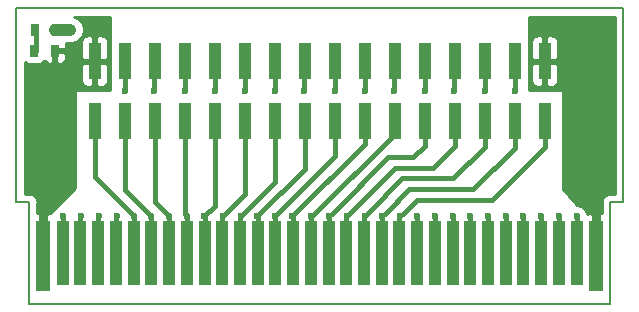
<source format=gbr>
G04 #@! TF.GenerationSoftware,KiCad,Pcbnew,5.1.6-c6e7f7d~86~ubuntu20.04.1*
G04 #@! TF.CreationDate,2020-05-17T16:02:51+03:00*
G04 #@! TF.ProjectId,GB-BRK-M-XS,47422d42-524b-42d4-9d2d-58532e6b6963,v1.0*
G04 #@! TF.SameCoordinates,Original*
G04 #@! TF.FileFunction,Copper,L1,Top*
G04 #@! TF.FilePolarity,Positive*
%FSLAX46Y46*%
G04 Gerber Fmt 4.6, Leading zero omitted, Abs format (unit mm)*
G04 Created by KiCad (PCBNEW 5.1.6-c6e7f7d~86~ubuntu20.04.1) date 2020-05-17 16:02:51*
%MOMM*%
%LPD*%
G01*
G04 APERTURE LIST*
G04 #@! TA.AperFunction,Profile*
%ADD10C,0.150000*%
G04 #@! TD*
G04 #@! TA.AperFunction,ConnectorPad*
%ADD11R,1.300000X6.000000*%
G04 #@! TD*
G04 #@! TA.AperFunction,ConnectorPad*
%ADD12R,1.000000X5.500000*%
G04 #@! TD*
G04 #@! TA.AperFunction,SMDPad,CuDef*
%ADD13R,0.670000X1.000000*%
G04 #@! TD*
G04 #@! TA.AperFunction,SMDPad,CuDef*
%ADD14R,1.000000X3.150000*%
G04 #@! TD*
G04 #@! TA.AperFunction,ViaPad*
%ADD15C,0.600000*%
G04 #@! TD*
G04 #@! TA.AperFunction,ViaPad*
%ADD16C,1.000000*%
G04 #@! TD*
G04 #@! TA.AperFunction,Conductor*
%ADD17C,0.800000*%
G04 #@! TD*
G04 #@! TA.AperFunction,Conductor*
%ADD18C,1.000000*%
G04 #@! TD*
G04 #@! TA.AperFunction,Conductor*
%ADD19C,0.400000*%
G04 #@! TD*
G04 #@! TA.AperFunction,Conductor*
%ADD20C,0.254000*%
G04 #@! TD*
G04 APERTURE END LIST*
D10*
X74300000Y-75000000D02*
X125700000Y-75000000D01*
X74300000Y-91400000D02*
X74300000Y-75000000D01*
X75400000Y-91400000D02*
X74300000Y-91400000D01*
X75400000Y-100000000D02*
X75400000Y-91400000D01*
X125700000Y-91400000D02*
X125700000Y-75000000D01*
X124600000Y-91400000D02*
X125700000Y-91400000D01*
X124600000Y-100000000D02*
X124600000Y-91400000D01*
X75400000Y-100000000D02*
X124600000Y-100000000D01*
D11*
X123400000Y-96000000D03*
D12*
X121750000Y-95750000D03*
X120250000Y-95750000D03*
X118750000Y-95750000D03*
X117250000Y-95750000D03*
X115750000Y-95750000D03*
X114250000Y-95750000D03*
X112750000Y-95750000D03*
X111250000Y-95750000D03*
X109750000Y-95750000D03*
X108250000Y-95750000D03*
X106750000Y-95750000D03*
X105250000Y-95750000D03*
X103750000Y-95750000D03*
X102250000Y-95750000D03*
X100750000Y-95750000D03*
X99250000Y-95750000D03*
X97750000Y-95750000D03*
X96250000Y-95750000D03*
X94750000Y-95750000D03*
X93250000Y-95750000D03*
X91750000Y-95750000D03*
X90250000Y-95750000D03*
X88750000Y-95750000D03*
X87250000Y-95750000D03*
X85750000Y-95750000D03*
X84250000Y-95750000D03*
X82750000Y-95750000D03*
X81250000Y-95750000D03*
X79750000Y-95750000D03*
D11*
X76600000Y-96000000D03*
D12*
X78250000Y-95750000D03*
D13*
X77675000Y-76800000D03*
X75925000Y-76800000D03*
D14*
X80950000Y-84525000D03*
X80950000Y-79475000D03*
X83490000Y-84525000D03*
X83490000Y-79475000D03*
X86030000Y-84525000D03*
X86030000Y-79475000D03*
X88570000Y-84525000D03*
X88570000Y-79475000D03*
X91110000Y-84525000D03*
X91110000Y-79475000D03*
X93650000Y-84525000D03*
X93650000Y-79475000D03*
X96190000Y-84525000D03*
X96190000Y-79475000D03*
X98730000Y-84525000D03*
X98730000Y-79475000D03*
X101270000Y-84525000D03*
X101270000Y-79475000D03*
X103810000Y-84525000D03*
X103810000Y-79475000D03*
X106350000Y-84525000D03*
X106350000Y-79475000D03*
X108890000Y-84525000D03*
X108890000Y-79475000D03*
X111430000Y-84525000D03*
X111430000Y-79475000D03*
X113970000Y-84525000D03*
X113970000Y-79475000D03*
X116510000Y-84525000D03*
X116510000Y-79475000D03*
X119050000Y-84525000D03*
X119050000Y-79475000D03*
D13*
X77575000Y-78600000D03*
X75825000Y-78600000D03*
D15*
X76600000Y-92600000D03*
D16*
X78900000Y-76800000D03*
D15*
X123400000Y-92600000D03*
X86000000Y-82000000D03*
X79800000Y-92600000D03*
X88600000Y-82000000D03*
X81300000Y-92600000D03*
X91100000Y-82000000D03*
X82800000Y-92600000D03*
X114000000Y-82000000D03*
X120250000Y-92600000D03*
X84300000Y-92600000D03*
X83500000Y-82000000D03*
X78300000Y-92600000D03*
X85700000Y-92600000D03*
X87250000Y-92600000D03*
X88800000Y-92600000D03*
X90200000Y-92600000D03*
X93700000Y-82000000D03*
X108250000Y-92600000D03*
X91800000Y-92600000D03*
X96200000Y-82000000D03*
X109750000Y-92600000D03*
X93300000Y-92600000D03*
X98700000Y-82000000D03*
X111250000Y-92600000D03*
X94700000Y-92600000D03*
X101300000Y-82000000D03*
X112750000Y-92600000D03*
X96200000Y-92600000D03*
X103800000Y-82000000D03*
X114250000Y-92600000D03*
X97700000Y-92600000D03*
X106300000Y-82000000D03*
X115750000Y-92600000D03*
X99300000Y-92600000D03*
X108900000Y-82000000D03*
X117250000Y-92600000D03*
X100800000Y-92600000D03*
X111400000Y-82000000D03*
X118750000Y-92600000D03*
X102300000Y-92600000D03*
X103800000Y-92600000D03*
X116500000Y-82000000D03*
X121750000Y-92600000D03*
X105300000Y-92600000D03*
X106800000Y-92600000D03*
D17*
X76600000Y-92600000D02*
X76600000Y-91500000D01*
X76600000Y-95750000D02*
X76600000Y-92600000D01*
D18*
X77600000Y-76800000D02*
X78900000Y-76800000D01*
D17*
X123400000Y-96000000D02*
X123400000Y-92600000D01*
D19*
X75950000Y-78600000D02*
X75950000Y-76850000D01*
X75950000Y-76850000D02*
X76000000Y-76800000D01*
X86000000Y-82000000D02*
X86000000Y-79505000D01*
X86000000Y-79505000D02*
X86030000Y-79475000D01*
X79750000Y-95750000D02*
X79750000Y-92650000D01*
X79750000Y-92650000D02*
X79800000Y-92600000D01*
X88600000Y-82000000D02*
X88600000Y-79505000D01*
X88600000Y-79505000D02*
X88570000Y-79475000D01*
X81250000Y-95750000D02*
X81250000Y-92650000D01*
X81250000Y-92650000D02*
X81300000Y-92600000D01*
X91100000Y-82000000D02*
X91100000Y-79485000D01*
X91100000Y-79485000D02*
X91110000Y-79475000D01*
X82750000Y-95750000D02*
X82750000Y-92650000D01*
X82750000Y-92650000D02*
X82800000Y-92600000D01*
X114000000Y-82000000D02*
X114000000Y-79505000D01*
X114000000Y-79505000D02*
X113970000Y-79475000D01*
X120250000Y-92600000D02*
X120250000Y-95750000D01*
X80950000Y-84525000D02*
X80950000Y-89250000D01*
X80950000Y-89250000D02*
X84300000Y-92600000D01*
X84250000Y-95750000D02*
X84250000Y-92650000D01*
X84250000Y-92650000D02*
X84300000Y-92600000D01*
X83490000Y-81990000D02*
X83500000Y-82000000D01*
X83490000Y-79475000D02*
X83490000Y-81990000D01*
X83500000Y-79485000D02*
X83500000Y-82000000D01*
X78250000Y-95750000D02*
X78250000Y-92650000D01*
X78250000Y-92650000D02*
X78300000Y-92600000D01*
X83490000Y-84525000D02*
X83490000Y-90390000D01*
X83490000Y-90390000D02*
X85700000Y-92600000D01*
X85750000Y-95750000D02*
X85750000Y-92650000D01*
X85750000Y-92650000D02*
X85700000Y-92600000D01*
X86030000Y-84525000D02*
X86030000Y-91380000D01*
X86030000Y-91380000D02*
X87250000Y-92600000D01*
X87250000Y-95750000D02*
X87250000Y-92600000D01*
X88570000Y-84525000D02*
X88570000Y-92370000D01*
X88570000Y-92370000D02*
X88800000Y-92600000D01*
X88750000Y-95750000D02*
X88750000Y-92650000D01*
X88750000Y-92650000D02*
X88800000Y-92600000D01*
X91110000Y-84525000D02*
X91110000Y-91690000D01*
X91110000Y-91690000D02*
X90200000Y-92600000D01*
X90250000Y-95750000D02*
X90250000Y-92650000D01*
X90250000Y-92650000D02*
X90200000Y-92600000D01*
X93700000Y-82000000D02*
X93700000Y-79525000D01*
X93700000Y-79525000D02*
X93650000Y-79475000D01*
X108250000Y-92600000D02*
X108250000Y-95750000D01*
X93650000Y-84525000D02*
X93650000Y-90750000D01*
X93650000Y-90750000D02*
X91800000Y-92600000D01*
X91750000Y-95750000D02*
X91750000Y-92650000D01*
X91750000Y-92650000D02*
X91800000Y-92600000D01*
X96200000Y-82000000D02*
X96200000Y-79485000D01*
X96200000Y-79485000D02*
X96190000Y-79475000D01*
X109750000Y-92600000D02*
X109750000Y-95750000D01*
X96190000Y-84525000D02*
X96190000Y-89710000D01*
X96190000Y-89710000D02*
X93300000Y-92600000D01*
X93250000Y-95750000D02*
X93250000Y-92650000D01*
X93250000Y-92650000D02*
X93300000Y-92600000D01*
X98700000Y-82000000D02*
X98700000Y-79505000D01*
X98700000Y-79505000D02*
X98730000Y-79475000D01*
X111250000Y-92600000D02*
X111250000Y-95750000D01*
X98730000Y-84525000D02*
X98730000Y-88570000D01*
X98730000Y-88570000D02*
X94700000Y-92600000D01*
X94750000Y-95750000D02*
X94750000Y-92650000D01*
X94750000Y-92650000D02*
X94700000Y-92600000D01*
X101300000Y-82000000D02*
X101300000Y-79505000D01*
X101300000Y-79505000D02*
X101270000Y-79475000D01*
X112750000Y-92600000D02*
X112750000Y-95750000D01*
X101270000Y-84525000D02*
X101270000Y-87530000D01*
X101270000Y-87530000D02*
X96200000Y-92600000D01*
X96250000Y-95750000D02*
X96250000Y-92650000D01*
X96250000Y-92650000D02*
X96200000Y-92600000D01*
X103800000Y-82000000D02*
X103800000Y-79485000D01*
X103800000Y-79485000D02*
X103810000Y-79475000D01*
X114250000Y-92600000D02*
X114250000Y-95750000D01*
X103810000Y-84525000D02*
X103810000Y-86490000D01*
X103810000Y-86490000D02*
X97700000Y-92600000D01*
X97750000Y-95750000D02*
X97750000Y-92650000D01*
X97750000Y-92650000D02*
X97700000Y-92600000D01*
X106300000Y-82000000D02*
X106300000Y-79525000D01*
X106300000Y-79525000D02*
X106350000Y-79475000D01*
X115750000Y-92600000D02*
X115750000Y-95750000D01*
X106350000Y-84525000D02*
X106350000Y-85600000D01*
X106350000Y-85600000D02*
X99350000Y-92600000D01*
X99350000Y-92600000D02*
X99300000Y-92600000D01*
X99250000Y-95750000D02*
X99250000Y-92650000D01*
X99250000Y-92650000D02*
X99300000Y-92600000D01*
X108900000Y-82000000D02*
X108900000Y-79485000D01*
X108900000Y-79485000D02*
X108890000Y-79475000D01*
X117250000Y-92600000D02*
X117250000Y-95750000D01*
X108890000Y-84525000D02*
X108890000Y-86610000D01*
X108890000Y-86610000D02*
X107900000Y-87600000D01*
X107900000Y-87600000D02*
X105800000Y-87600000D01*
X105800000Y-87600000D02*
X101099999Y-92300001D01*
X101099999Y-92300001D02*
X100800000Y-92600000D01*
X100750000Y-95750000D02*
X100750000Y-92650000D01*
X100750000Y-92650000D02*
X100800000Y-92600000D01*
X111400000Y-82000000D02*
X111400000Y-79505000D01*
X111400000Y-79505000D02*
X111430000Y-79475000D01*
X118750000Y-92600000D02*
X118750000Y-95750000D01*
X111430000Y-84525000D02*
X111430000Y-86670000D01*
X111430000Y-86670000D02*
X109600000Y-88500000D01*
X109600000Y-88500000D02*
X106400000Y-88500000D01*
X106400000Y-88500000D02*
X102599999Y-92300001D01*
X102599999Y-92300001D02*
X102300000Y-92600000D01*
X102250000Y-95750000D02*
X102250000Y-92650000D01*
X102250000Y-92650000D02*
X102300000Y-92600000D01*
X113970000Y-84525000D02*
X113970000Y-86730000D01*
X104099999Y-92300001D02*
X103800000Y-92600000D01*
X113970000Y-86730000D02*
X111300000Y-89400000D01*
X111300000Y-89400000D02*
X107000000Y-89400000D01*
X107000000Y-89400000D02*
X104099999Y-92300001D01*
X103750000Y-95750000D02*
X103750000Y-92650000D01*
X103750000Y-92650000D02*
X103800000Y-92600000D01*
X116500000Y-82000000D02*
X116500000Y-79485000D01*
X116500000Y-79485000D02*
X116510000Y-79475000D01*
X121750000Y-92600000D02*
X121750000Y-95750000D01*
X116510000Y-84525000D02*
X116510000Y-86790000D01*
X116510000Y-86790000D02*
X113000000Y-90300000D01*
X105599999Y-92300001D02*
X105300000Y-92600000D01*
X113000000Y-90300000D02*
X107600000Y-90300000D01*
X107600000Y-90300000D02*
X105599999Y-92300001D01*
X105250000Y-95750000D02*
X105250000Y-92650000D01*
X105250000Y-92650000D02*
X105300000Y-92600000D01*
X119050000Y-84525000D02*
X119050000Y-86750000D01*
X119050000Y-86750000D02*
X114600000Y-91200000D01*
X114600000Y-91200000D02*
X108200000Y-91200000D01*
X108200000Y-91200000D02*
X107099999Y-92300001D01*
X107099999Y-92300001D02*
X106800000Y-92600000D01*
X106750000Y-95750000D02*
X106750000Y-92650000D01*
X106750000Y-92650000D02*
X106800000Y-92600000D01*
D20*
G36*
X82273000Y-81873000D02*
G01*
X79400000Y-81873000D01*
X79375224Y-81875440D01*
X79351399Y-81882667D01*
X79329443Y-81894403D01*
X79310197Y-81910197D01*
X79294403Y-81929443D01*
X79282667Y-81951399D01*
X79275440Y-81975224D01*
X79273000Y-82000000D01*
X79273000Y-90247394D01*
X77210197Y-92310197D01*
X77194403Y-92329443D01*
X77182667Y-92351399D01*
X77179292Y-92362524D01*
X76885750Y-92365000D01*
X76727000Y-92523750D01*
X76727000Y-95873000D01*
X76747000Y-95873000D01*
X76747000Y-96127000D01*
X76727000Y-96127000D01*
X76727000Y-96147000D01*
X76473000Y-96147000D01*
X76473000Y-96127000D01*
X76453000Y-96127000D01*
X76453000Y-95873000D01*
X76473000Y-95873000D01*
X76473000Y-92523750D01*
X76314250Y-92365000D01*
X76110000Y-92363277D01*
X76110000Y-91434876D01*
X76113435Y-91400000D01*
X76099727Y-91260816D01*
X76059128Y-91126980D01*
X75993200Y-91003637D01*
X75904475Y-90895525D01*
X75796363Y-90806800D01*
X75673020Y-90740872D01*
X75539184Y-90700273D01*
X75434877Y-90690000D01*
X75400000Y-90686565D01*
X75365123Y-90690000D01*
X75010000Y-90690000D01*
X75010000Y-81050000D01*
X79811928Y-81050000D01*
X79824188Y-81174482D01*
X79860498Y-81294180D01*
X79919463Y-81404494D01*
X79998815Y-81501185D01*
X80095506Y-81580537D01*
X80205820Y-81639502D01*
X80325518Y-81675812D01*
X80450000Y-81688072D01*
X80664250Y-81685000D01*
X80823000Y-81526250D01*
X80823000Y-79602000D01*
X81077000Y-79602000D01*
X81077000Y-81526250D01*
X81235750Y-81685000D01*
X81450000Y-81688072D01*
X81574482Y-81675812D01*
X81694180Y-81639502D01*
X81804494Y-81580537D01*
X81901185Y-81501185D01*
X81980537Y-81404494D01*
X82039502Y-81294180D01*
X82075812Y-81174482D01*
X82088072Y-81050000D01*
X82085000Y-79760750D01*
X81926250Y-79602000D01*
X81077000Y-79602000D01*
X80823000Y-79602000D01*
X79973750Y-79602000D01*
X79815000Y-79760750D01*
X79811928Y-81050000D01*
X75010000Y-81050000D01*
X75010000Y-79516074D01*
X75038815Y-79551185D01*
X75135506Y-79630537D01*
X75245820Y-79689502D01*
X75365518Y-79725812D01*
X75490000Y-79738072D01*
X76160000Y-79738072D01*
X76284482Y-79725812D01*
X76404180Y-79689502D01*
X76514494Y-79630537D01*
X76611185Y-79551185D01*
X76690537Y-79454494D01*
X76700000Y-79436790D01*
X76709463Y-79454494D01*
X76788815Y-79551185D01*
X76885506Y-79630537D01*
X76995820Y-79689502D01*
X77115518Y-79725812D01*
X77240000Y-79738072D01*
X77289250Y-79735000D01*
X77448000Y-79576250D01*
X77448000Y-78727000D01*
X77702000Y-78727000D01*
X77702000Y-79576250D01*
X77860750Y-79735000D01*
X77910000Y-79738072D01*
X78034482Y-79725812D01*
X78154180Y-79689502D01*
X78264494Y-79630537D01*
X78361185Y-79551185D01*
X78440537Y-79454494D01*
X78499502Y-79344180D01*
X78535812Y-79224482D01*
X78548072Y-79100000D01*
X78545000Y-78885750D01*
X78386250Y-78727000D01*
X77702000Y-78727000D01*
X77448000Y-78727000D01*
X77428000Y-78727000D01*
X77428000Y-78473000D01*
X77448000Y-78473000D01*
X77448000Y-78453000D01*
X77702000Y-78453000D01*
X77702000Y-78473000D01*
X78386250Y-78473000D01*
X78545000Y-78314250D01*
X78548072Y-78100000D01*
X78535812Y-77975518D01*
X78523521Y-77935000D01*
X79011788Y-77935000D01*
X79066747Y-77924068D01*
X79122499Y-77918577D01*
X79176106Y-77902315D01*
X79187744Y-77900000D01*
X79811928Y-77900000D01*
X79815000Y-79189250D01*
X79973750Y-79348000D01*
X80823000Y-79348000D01*
X80823000Y-77423750D01*
X81077000Y-77423750D01*
X81077000Y-79348000D01*
X81926250Y-79348000D01*
X82085000Y-79189250D01*
X82088072Y-77900000D01*
X82075812Y-77775518D01*
X82039502Y-77655820D01*
X81980537Y-77545506D01*
X81901185Y-77448815D01*
X81804494Y-77369463D01*
X81694180Y-77310498D01*
X81574482Y-77274188D01*
X81450000Y-77261928D01*
X81235750Y-77265000D01*
X81077000Y-77423750D01*
X80823000Y-77423750D01*
X80664250Y-77265000D01*
X80450000Y-77261928D01*
X80325518Y-77274188D01*
X80205820Y-77310498D01*
X80095506Y-77369463D01*
X79998815Y-77448815D01*
X79919463Y-77545506D01*
X79860498Y-77655820D01*
X79824188Y-77775518D01*
X79811928Y-77900000D01*
X79187744Y-77900000D01*
X79231067Y-77891383D01*
X79282842Y-77869937D01*
X79336447Y-77853676D01*
X79385851Y-77827269D01*
X79437624Y-77805824D01*
X79484214Y-77774693D01*
X79533623Y-77748284D01*
X79576932Y-77712741D01*
X79623520Y-77681612D01*
X79663141Y-77641991D01*
X79706449Y-77606449D01*
X79741991Y-77563141D01*
X79781612Y-77523520D01*
X79812741Y-77476932D01*
X79848284Y-77433623D01*
X79874693Y-77384214D01*
X79905824Y-77337624D01*
X79927269Y-77285851D01*
X79953676Y-77236447D01*
X79969937Y-77182842D01*
X79991383Y-77131067D01*
X80002315Y-77076106D01*
X80018577Y-77022499D01*
X80024068Y-76966747D01*
X80035000Y-76911788D01*
X80035000Y-76855752D01*
X80040491Y-76800000D01*
X80035000Y-76744248D01*
X80035000Y-76688212D01*
X80024068Y-76633253D01*
X80018577Y-76577501D01*
X80002315Y-76523894D01*
X79991383Y-76468933D01*
X79969937Y-76417158D01*
X79953676Y-76363553D01*
X79927269Y-76314149D01*
X79905824Y-76262376D01*
X79874693Y-76215786D01*
X79848284Y-76166377D01*
X79812741Y-76123068D01*
X79781612Y-76076480D01*
X79741991Y-76036859D01*
X79706449Y-75993551D01*
X79663141Y-75958009D01*
X79623520Y-75918388D01*
X79576932Y-75887259D01*
X79533623Y-75851716D01*
X79484214Y-75825307D01*
X79437624Y-75794176D01*
X79385851Y-75772731D01*
X79336447Y-75746324D01*
X79282842Y-75730063D01*
X79234406Y-75710000D01*
X82273000Y-75710000D01*
X82273000Y-81873000D01*
G37*
X82273000Y-81873000D02*
X79400000Y-81873000D01*
X79375224Y-81875440D01*
X79351399Y-81882667D01*
X79329443Y-81894403D01*
X79310197Y-81910197D01*
X79294403Y-81929443D01*
X79282667Y-81951399D01*
X79275440Y-81975224D01*
X79273000Y-82000000D01*
X79273000Y-90247394D01*
X77210197Y-92310197D01*
X77194403Y-92329443D01*
X77182667Y-92351399D01*
X77179292Y-92362524D01*
X76885750Y-92365000D01*
X76727000Y-92523750D01*
X76727000Y-95873000D01*
X76747000Y-95873000D01*
X76747000Y-96127000D01*
X76727000Y-96127000D01*
X76727000Y-96147000D01*
X76473000Y-96147000D01*
X76473000Y-96127000D01*
X76453000Y-96127000D01*
X76453000Y-95873000D01*
X76473000Y-95873000D01*
X76473000Y-92523750D01*
X76314250Y-92365000D01*
X76110000Y-92363277D01*
X76110000Y-91434876D01*
X76113435Y-91400000D01*
X76099727Y-91260816D01*
X76059128Y-91126980D01*
X75993200Y-91003637D01*
X75904475Y-90895525D01*
X75796363Y-90806800D01*
X75673020Y-90740872D01*
X75539184Y-90700273D01*
X75434877Y-90690000D01*
X75400000Y-90686565D01*
X75365123Y-90690000D01*
X75010000Y-90690000D01*
X75010000Y-81050000D01*
X79811928Y-81050000D01*
X79824188Y-81174482D01*
X79860498Y-81294180D01*
X79919463Y-81404494D01*
X79998815Y-81501185D01*
X80095506Y-81580537D01*
X80205820Y-81639502D01*
X80325518Y-81675812D01*
X80450000Y-81688072D01*
X80664250Y-81685000D01*
X80823000Y-81526250D01*
X80823000Y-79602000D01*
X81077000Y-79602000D01*
X81077000Y-81526250D01*
X81235750Y-81685000D01*
X81450000Y-81688072D01*
X81574482Y-81675812D01*
X81694180Y-81639502D01*
X81804494Y-81580537D01*
X81901185Y-81501185D01*
X81980537Y-81404494D01*
X82039502Y-81294180D01*
X82075812Y-81174482D01*
X82088072Y-81050000D01*
X82085000Y-79760750D01*
X81926250Y-79602000D01*
X81077000Y-79602000D01*
X80823000Y-79602000D01*
X79973750Y-79602000D01*
X79815000Y-79760750D01*
X79811928Y-81050000D01*
X75010000Y-81050000D01*
X75010000Y-79516074D01*
X75038815Y-79551185D01*
X75135506Y-79630537D01*
X75245820Y-79689502D01*
X75365518Y-79725812D01*
X75490000Y-79738072D01*
X76160000Y-79738072D01*
X76284482Y-79725812D01*
X76404180Y-79689502D01*
X76514494Y-79630537D01*
X76611185Y-79551185D01*
X76690537Y-79454494D01*
X76700000Y-79436790D01*
X76709463Y-79454494D01*
X76788815Y-79551185D01*
X76885506Y-79630537D01*
X76995820Y-79689502D01*
X77115518Y-79725812D01*
X77240000Y-79738072D01*
X77289250Y-79735000D01*
X77448000Y-79576250D01*
X77448000Y-78727000D01*
X77702000Y-78727000D01*
X77702000Y-79576250D01*
X77860750Y-79735000D01*
X77910000Y-79738072D01*
X78034482Y-79725812D01*
X78154180Y-79689502D01*
X78264494Y-79630537D01*
X78361185Y-79551185D01*
X78440537Y-79454494D01*
X78499502Y-79344180D01*
X78535812Y-79224482D01*
X78548072Y-79100000D01*
X78545000Y-78885750D01*
X78386250Y-78727000D01*
X77702000Y-78727000D01*
X77448000Y-78727000D01*
X77428000Y-78727000D01*
X77428000Y-78473000D01*
X77448000Y-78473000D01*
X77448000Y-78453000D01*
X77702000Y-78453000D01*
X77702000Y-78473000D01*
X78386250Y-78473000D01*
X78545000Y-78314250D01*
X78548072Y-78100000D01*
X78535812Y-77975518D01*
X78523521Y-77935000D01*
X79011788Y-77935000D01*
X79066747Y-77924068D01*
X79122499Y-77918577D01*
X79176106Y-77902315D01*
X79187744Y-77900000D01*
X79811928Y-77900000D01*
X79815000Y-79189250D01*
X79973750Y-79348000D01*
X80823000Y-79348000D01*
X80823000Y-77423750D01*
X81077000Y-77423750D01*
X81077000Y-79348000D01*
X81926250Y-79348000D01*
X82085000Y-79189250D01*
X82088072Y-77900000D01*
X82075812Y-77775518D01*
X82039502Y-77655820D01*
X81980537Y-77545506D01*
X81901185Y-77448815D01*
X81804494Y-77369463D01*
X81694180Y-77310498D01*
X81574482Y-77274188D01*
X81450000Y-77261928D01*
X81235750Y-77265000D01*
X81077000Y-77423750D01*
X80823000Y-77423750D01*
X80664250Y-77265000D01*
X80450000Y-77261928D01*
X80325518Y-77274188D01*
X80205820Y-77310498D01*
X80095506Y-77369463D01*
X79998815Y-77448815D01*
X79919463Y-77545506D01*
X79860498Y-77655820D01*
X79824188Y-77775518D01*
X79811928Y-77900000D01*
X79187744Y-77900000D01*
X79231067Y-77891383D01*
X79282842Y-77869937D01*
X79336447Y-77853676D01*
X79385851Y-77827269D01*
X79437624Y-77805824D01*
X79484214Y-77774693D01*
X79533623Y-77748284D01*
X79576932Y-77712741D01*
X79623520Y-77681612D01*
X79663141Y-77641991D01*
X79706449Y-77606449D01*
X79741991Y-77563141D01*
X79781612Y-77523520D01*
X79812741Y-77476932D01*
X79848284Y-77433623D01*
X79874693Y-77384214D01*
X79905824Y-77337624D01*
X79927269Y-77285851D01*
X79953676Y-77236447D01*
X79969937Y-77182842D01*
X79991383Y-77131067D01*
X80002315Y-77076106D01*
X80018577Y-77022499D01*
X80024068Y-76966747D01*
X80035000Y-76911788D01*
X80035000Y-76855752D01*
X80040491Y-76800000D01*
X80035000Y-76744248D01*
X80035000Y-76688212D01*
X80024068Y-76633253D01*
X80018577Y-76577501D01*
X80002315Y-76523894D01*
X79991383Y-76468933D01*
X79969937Y-76417158D01*
X79953676Y-76363553D01*
X79927269Y-76314149D01*
X79905824Y-76262376D01*
X79874693Y-76215786D01*
X79848284Y-76166377D01*
X79812741Y-76123068D01*
X79781612Y-76076480D01*
X79741991Y-76036859D01*
X79706449Y-75993551D01*
X79663141Y-75958009D01*
X79623520Y-75918388D01*
X79576932Y-75887259D01*
X79533623Y-75851716D01*
X79484214Y-75825307D01*
X79437624Y-75794176D01*
X79385851Y-75772731D01*
X79336447Y-75746324D01*
X79282842Y-75730063D01*
X79234406Y-75710000D01*
X82273000Y-75710000D01*
X82273000Y-81873000D01*
G36*
X124990000Y-90690000D02*
G01*
X124634877Y-90690000D01*
X124600000Y-90686565D01*
X124565123Y-90690000D01*
X124460816Y-90700273D01*
X124326980Y-90740872D01*
X124203637Y-90806800D01*
X124095525Y-90895525D01*
X124006800Y-91003637D01*
X123940872Y-91126980D01*
X123900273Y-91260816D01*
X123886565Y-91400000D01*
X123890001Y-91434887D01*
X123890001Y-92363277D01*
X123685750Y-92365000D01*
X123527000Y-92523750D01*
X123527000Y-95873000D01*
X123547000Y-95873000D01*
X123547000Y-96127000D01*
X123527000Y-96127000D01*
X123527000Y-96147000D01*
X123273000Y-96147000D01*
X123273000Y-96127000D01*
X123253000Y-96127000D01*
X123253000Y-95873000D01*
X123273000Y-95873000D01*
X123273000Y-92523750D01*
X123114250Y-92365000D01*
X122750000Y-92361928D01*
X122657769Y-92371012D01*
X122649068Y-92327271D01*
X122578586Y-92157111D01*
X122476262Y-92003972D01*
X122346028Y-91873738D01*
X122192889Y-91771414D01*
X122022729Y-91700932D01*
X121842089Y-91665000D01*
X121765752Y-91665000D01*
X120627000Y-90255117D01*
X120627000Y-82000000D01*
X120624560Y-81975224D01*
X120617333Y-81951399D01*
X120605597Y-81929443D01*
X120589803Y-81910197D01*
X120570557Y-81894403D01*
X120548601Y-81882667D01*
X120524776Y-81875440D01*
X120500000Y-81873000D01*
X117727000Y-81873000D01*
X117727000Y-81050000D01*
X117911928Y-81050000D01*
X117924188Y-81174482D01*
X117960498Y-81294180D01*
X118019463Y-81404494D01*
X118098815Y-81501185D01*
X118195506Y-81580537D01*
X118305820Y-81639502D01*
X118425518Y-81675812D01*
X118550000Y-81688072D01*
X118764250Y-81685000D01*
X118923000Y-81526250D01*
X118923000Y-79602000D01*
X119177000Y-79602000D01*
X119177000Y-81526250D01*
X119335750Y-81685000D01*
X119550000Y-81688072D01*
X119674482Y-81675812D01*
X119794180Y-81639502D01*
X119904494Y-81580537D01*
X120001185Y-81501185D01*
X120080537Y-81404494D01*
X120139502Y-81294180D01*
X120175812Y-81174482D01*
X120188072Y-81050000D01*
X120185000Y-79760750D01*
X120026250Y-79602000D01*
X119177000Y-79602000D01*
X118923000Y-79602000D01*
X118073750Y-79602000D01*
X117915000Y-79760750D01*
X117911928Y-81050000D01*
X117727000Y-81050000D01*
X117727000Y-77900000D01*
X117911928Y-77900000D01*
X117915000Y-79189250D01*
X118073750Y-79348000D01*
X118923000Y-79348000D01*
X118923000Y-77423750D01*
X119177000Y-77423750D01*
X119177000Y-79348000D01*
X120026250Y-79348000D01*
X120185000Y-79189250D01*
X120188072Y-77900000D01*
X120175812Y-77775518D01*
X120139502Y-77655820D01*
X120080537Y-77545506D01*
X120001185Y-77448815D01*
X119904494Y-77369463D01*
X119794180Y-77310498D01*
X119674482Y-77274188D01*
X119550000Y-77261928D01*
X119335750Y-77265000D01*
X119177000Y-77423750D01*
X118923000Y-77423750D01*
X118764250Y-77265000D01*
X118550000Y-77261928D01*
X118425518Y-77274188D01*
X118305820Y-77310498D01*
X118195506Y-77369463D01*
X118098815Y-77448815D01*
X118019463Y-77545506D01*
X117960498Y-77655820D01*
X117924188Y-77775518D01*
X117911928Y-77900000D01*
X117727000Y-77900000D01*
X117727000Y-75710000D01*
X124990001Y-75710000D01*
X124990000Y-90690000D01*
G37*
X124990000Y-90690000D02*
X124634877Y-90690000D01*
X124600000Y-90686565D01*
X124565123Y-90690000D01*
X124460816Y-90700273D01*
X124326980Y-90740872D01*
X124203637Y-90806800D01*
X124095525Y-90895525D01*
X124006800Y-91003637D01*
X123940872Y-91126980D01*
X123900273Y-91260816D01*
X123886565Y-91400000D01*
X123890001Y-91434887D01*
X123890001Y-92363277D01*
X123685750Y-92365000D01*
X123527000Y-92523750D01*
X123527000Y-95873000D01*
X123547000Y-95873000D01*
X123547000Y-96127000D01*
X123527000Y-96127000D01*
X123527000Y-96147000D01*
X123273000Y-96147000D01*
X123273000Y-96127000D01*
X123253000Y-96127000D01*
X123253000Y-95873000D01*
X123273000Y-95873000D01*
X123273000Y-92523750D01*
X123114250Y-92365000D01*
X122750000Y-92361928D01*
X122657769Y-92371012D01*
X122649068Y-92327271D01*
X122578586Y-92157111D01*
X122476262Y-92003972D01*
X122346028Y-91873738D01*
X122192889Y-91771414D01*
X122022729Y-91700932D01*
X121842089Y-91665000D01*
X121765752Y-91665000D01*
X120627000Y-90255117D01*
X120627000Y-82000000D01*
X120624560Y-81975224D01*
X120617333Y-81951399D01*
X120605597Y-81929443D01*
X120589803Y-81910197D01*
X120570557Y-81894403D01*
X120548601Y-81882667D01*
X120524776Y-81875440D01*
X120500000Y-81873000D01*
X117727000Y-81873000D01*
X117727000Y-81050000D01*
X117911928Y-81050000D01*
X117924188Y-81174482D01*
X117960498Y-81294180D01*
X118019463Y-81404494D01*
X118098815Y-81501185D01*
X118195506Y-81580537D01*
X118305820Y-81639502D01*
X118425518Y-81675812D01*
X118550000Y-81688072D01*
X118764250Y-81685000D01*
X118923000Y-81526250D01*
X118923000Y-79602000D01*
X119177000Y-79602000D01*
X119177000Y-81526250D01*
X119335750Y-81685000D01*
X119550000Y-81688072D01*
X119674482Y-81675812D01*
X119794180Y-81639502D01*
X119904494Y-81580537D01*
X120001185Y-81501185D01*
X120080537Y-81404494D01*
X120139502Y-81294180D01*
X120175812Y-81174482D01*
X120188072Y-81050000D01*
X120185000Y-79760750D01*
X120026250Y-79602000D01*
X119177000Y-79602000D01*
X118923000Y-79602000D01*
X118073750Y-79602000D01*
X117915000Y-79760750D01*
X117911928Y-81050000D01*
X117727000Y-81050000D01*
X117727000Y-77900000D01*
X117911928Y-77900000D01*
X117915000Y-79189250D01*
X118073750Y-79348000D01*
X118923000Y-79348000D01*
X118923000Y-77423750D01*
X119177000Y-77423750D01*
X119177000Y-79348000D01*
X120026250Y-79348000D01*
X120185000Y-79189250D01*
X120188072Y-77900000D01*
X120175812Y-77775518D01*
X120139502Y-77655820D01*
X120080537Y-77545506D01*
X120001185Y-77448815D01*
X119904494Y-77369463D01*
X119794180Y-77310498D01*
X119674482Y-77274188D01*
X119550000Y-77261928D01*
X119335750Y-77265000D01*
X119177000Y-77423750D01*
X118923000Y-77423750D01*
X118764250Y-77265000D01*
X118550000Y-77261928D01*
X118425518Y-77274188D01*
X118305820Y-77310498D01*
X118195506Y-77369463D01*
X118098815Y-77448815D01*
X118019463Y-77545506D01*
X117960498Y-77655820D01*
X117924188Y-77775518D01*
X117911928Y-77900000D01*
X117727000Y-77900000D01*
X117727000Y-75710000D01*
X124990001Y-75710000D01*
X124990000Y-90690000D01*
M02*

</source>
